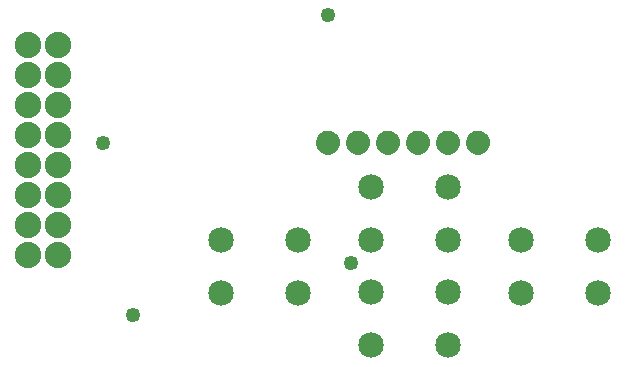
<source format=gbs>
G04 MADE WITH FRITZING*
G04 WWW.FRITZING.ORG*
G04 DOUBLE SIDED*
G04 HOLES PLATED*
G04 CONTOUR ON CENTER OF CONTOUR VECTOR*
%ASAXBY*%
%FSLAX23Y23*%
%MOIN*%
%OFA0B0*%
%SFA1.0B1.0*%
%ADD10C,0.049370*%
%ADD11C,0.085000*%
%ADD12C,0.088000*%
%ADD13R,0.001000X0.001000*%
%LNMASK0*%
G90*
G70*
G54D10*
X422Y800D03*
X522Y225D03*
X1247Y400D03*
X1172Y1225D03*
G54D11*
X2072Y300D03*
X1816Y300D03*
X2072Y477D03*
X1816Y477D03*
X1072Y300D03*
X816Y300D03*
X1072Y477D03*
X816Y477D03*
X1316Y302D03*
X1572Y302D03*
X1316Y125D03*
X1572Y125D03*
X1572Y475D03*
X1316Y475D03*
X1572Y652D03*
X1316Y652D03*
G54D12*
X172Y1125D03*
X172Y1025D03*
X172Y925D03*
X172Y825D03*
X172Y725D03*
X172Y625D03*
X172Y525D03*
X172Y425D03*
X172Y1125D03*
X172Y1025D03*
X172Y925D03*
X172Y825D03*
X172Y725D03*
X172Y625D03*
X172Y525D03*
X172Y425D03*
X272Y425D03*
X272Y525D03*
X272Y625D03*
X272Y725D03*
X272Y825D03*
X272Y925D03*
X272Y1025D03*
X272Y1125D03*
G54D13*
X1164Y840D02*
X1179Y840D01*
X1264Y840D02*
X1279Y840D01*
X1364Y840D02*
X1379Y840D01*
X1464Y840D02*
X1479Y840D01*
X1564Y840D02*
X1579Y840D01*
X1664Y840D02*
X1679Y840D01*
X1160Y839D02*
X1183Y839D01*
X1260Y839D02*
X1283Y839D01*
X1360Y839D02*
X1383Y839D01*
X1460Y839D02*
X1483Y839D01*
X1560Y839D02*
X1583Y839D01*
X1660Y839D02*
X1683Y839D01*
X1157Y838D02*
X1186Y838D01*
X1257Y838D02*
X1286Y838D01*
X1357Y838D02*
X1386Y838D01*
X1457Y838D02*
X1486Y838D01*
X1557Y838D02*
X1586Y838D01*
X1657Y838D02*
X1686Y838D01*
X1155Y837D02*
X1188Y837D01*
X1255Y837D02*
X1288Y837D01*
X1355Y837D02*
X1388Y837D01*
X1455Y837D02*
X1488Y837D01*
X1555Y837D02*
X1588Y837D01*
X1655Y837D02*
X1688Y837D01*
X1153Y836D02*
X1190Y836D01*
X1253Y836D02*
X1290Y836D01*
X1353Y836D02*
X1390Y836D01*
X1453Y836D02*
X1490Y836D01*
X1553Y836D02*
X1590Y836D01*
X1653Y836D02*
X1690Y836D01*
X1152Y835D02*
X1192Y835D01*
X1252Y835D02*
X1292Y835D01*
X1351Y835D02*
X1392Y835D01*
X1451Y835D02*
X1492Y835D01*
X1551Y835D02*
X1592Y835D01*
X1651Y835D02*
X1692Y835D01*
X1150Y834D02*
X1193Y834D01*
X1250Y834D02*
X1293Y834D01*
X1350Y834D02*
X1393Y834D01*
X1450Y834D02*
X1493Y834D01*
X1550Y834D02*
X1593Y834D01*
X1650Y834D02*
X1693Y834D01*
X1149Y833D02*
X1195Y833D01*
X1249Y833D02*
X1295Y833D01*
X1349Y833D02*
X1395Y833D01*
X1449Y833D02*
X1495Y833D01*
X1549Y833D02*
X1595Y833D01*
X1648Y833D02*
X1695Y833D01*
X1147Y832D02*
X1196Y832D01*
X1247Y832D02*
X1296Y832D01*
X1347Y832D02*
X1396Y832D01*
X1447Y832D02*
X1496Y832D01*
X1547Y832D02*
X1596Y832D01*
X1647Y832D02*
X1696Y832D01*
X1146Y831D02*
X1197Y831D01*
X1246Y831D02*
X1297Y831D01*
X1346Y831D02*
X1397Y831D01*
X1446Y831D02*
X1497Y831D01*
X1546Y831D02*
X1597Y831D01*
X1646Y831D02*
X1697Y831D01*
X1145Y830D02*
X1199Y830D01*
X1245Y830D02*
X1299Y830D01*
X1345Y830D02*
X1399Y830D01*
X1445Y830D02*
X1499Y830D01*
X1545Y830D02*
X1599Y830D01*
X1645Y830D02*
X1699Y830D01*
X1144Y829D02*
X1200Y829D01*
X1244Y829D02*
X1300Y829D01*
X1344Y829D02*
X1400Y829D01*
X1444Y829D02*
X1500Y829D01*
X1544Y829D02*
X1600Y829D01*
X1644Y829D02*
X1700Y829D01*
X1143Y828D02*
X1201Y828D01*
X1243Y828D02*
X1301Y828D01*
X1343Y828D02*
X1401Y828D01*
X1443Y828D02*
X1501Y828D01*
X1543Y828D02*
X1601Y828D01*
X1643Y828D02*
X1701Y828D01*
X1142Y827D02*
X1201Y827D01*
X1242Y827D02*
X1301Y827D01*
X1342Y827D02*
X1401Y827D01*
X1442Y827D02*
X1501Y827D01*
X1542Y827D02*
X1601Y827D01*
X1642Y827D02*
X1701Y827D01*
X1141Y826D02*
X1202Y826D01*
X1241Y826D02*
X1302Y826D01*
X1341Y826D02*
X1402Y826D01*
X1441Y826D02*
X1502Y826D01*
X1541Y826D02*
X1602Y826D01*
X1641Y826D02*
X1702Y826D01*
X1140Y825D02*
X1203Y825D01*
X1240Y825D02*
X1303Y825D01*
X1340Y825D02*
X1403Y825D01*
X1440Y825D02*
X1503Y825D01*
X1540Y825D02*
X1603Y825D01*
X1640Y825D02*
X1703Y825D01*
X1140Y824D02*
X1204Y824D01*
X1240Y824D02*
X1304Y824D01*
X1340Y824D02*
X1404Y824D01*
X1440Y824D02*
X1504Y824D01*
X1540Y824D02*
X1604Y824D01*
X1640Y824D02*
X1704Y824D01*
X1139Y823D02*
X1204Y823D01*
X1239Y823D02*
X1304Y823D01*
X1339Y823D02*
X1404Y823D01*
X1439Y823D02*
X1504Y823D01*
X1539Y823D02*
X1604Y823D01*
X1639Y823D02*
X1704Y823D01*
X1138Y822D02*
X1205Y822D01*
X1238Y822D02*
X1305Y822D01*
X1338Y822D02*
X1405Y822D01*
X1438Y822D02*
X1505Y822D01*
X1538Y822D02*
X1605Y822D01*
X1638Y822D02*
X1705Y822D01*
X1138Y821D02*
X1206Y821D01*
X1238Y821D02*
X1306Y821D01*
X1338Y821D02*
X1406Y821D01*
X1438Y821D02*
X1506Y821D01*
X1538Y821D02*
X1606Y821D01*
X1638Y821D02*
X1706Y821D01*
X1137Y820D02*
X1206Y820D01*
X1237Y820D02*
X1306Y820D01*
X1337Y820D02*
X1406Y820D01*
X1437Y820D02*
X1506Y820D01*
X1537Y820D02*
X1606Y820D01*
X1637Y820D02*
X1706Y820D01*
X1137Y819D02*
X1207Y819D01*
X1237Y819D02*
X1307Y819D01*
X1337Y819D02*
X1407Y819D01*
X1437Y819D02*
X1507Y819D01*
X1537Y819D02*
X1607Y819D01*
X1637Y819D02*
X1707Y819D01*
X1136Y818D02*
X1207Y818D01*
X1236Y818D02*
X1307Y818D01*
X1336Y818D02*
X1407Y818D01*
X1436Y818D02*
X1507Y818D01*
X1536Y818D02*
X1607Y818D01*
X1636Y818D02*
X1707Y818D01*
X1136Y817D02*
X1208Y817D01*
X1236Y817D02*
X1308Y817D01*
X1336Y817D02*
X1408Y817D01*
X1436Y817D02*
X1508Y817D01*
X1536Y817D02*
X1608Y817D01*
X1636Y817D02*
X1708Y817D01*
X1135Y816D02*
X1208Y816D01*
X1235Y816D02*
X1308Y816D01*
X1335Y816D02*
X1408Y816D01*
X1435Y816D02*
X1508Y816D01*
X1535Y816D02*
X1608Y816D01*
X1635Y816D02*
X1708Y816D01*
X1135Y815D02*
X1209Y815D01*
X1235Y815D02*
X1309Y815D01*
X1335Y815D02*
X1409Y815D01*
X1435Y815D02*
X1509Y815D01*
X1535Y815D02*
X1609Y815D01*
X1635Y815D02*
X1709Y815D01*
X1134Y814D02*
X1209Y814D01*
X1234Y814D02*
X1309Y814D01*
X1334Y814D02*
X1409Y814D01*
X1434Y814D02*
X1509Y814D01*
X1534Y814D02*
X1609Y814D01*
X1634Y814D02*
X1709Y814D01*
X1134Y813D02*
X1209Y813D01*
X1234Y813D02*
X1309Y813D01*
X1334Y813D02*
X1409Y813D01*
X1434Y813D02*
X1509Y813D01*
X1534Y813D02*
X1609Y813D01*
X1634Y813D02*
X1709Y813D01*
X1134Y812D02*
X1210Y812D01*
X1234Y812D02*
X1310Y812D01*
X1334Y812D02*
X1410Y812D01*
X1434Y812D02*
X1510Y812D01*
X1534Y812D02*
X1610Y812D01*
X1634Y812D02*
X1710Y812D01*
X1134Y811D02*
X1210Y811D01*
X1234Y811D02*
X1310Y811D01*
X1334Y811D02*
X1410Y811D01*
X1434Y811D02*
X1510Y811D01*
X1534Y811D02*
X1610Y811D01*
X1634Y811D02*
X1710Y811D01*
X1133Y810D02*
X1210Y810D01*
X1233Y810D02*
X1310Y810D01*
X1333Y810D02*
X1410Y810D01*
X1433Y810D02*
X1510Y810D01*
X1533Y810D02*
X1610Y810D01*
X1633Y810D02*
X1710Y810D01*
X1133Y809D02*
X1210Y809D01*
X1233Y809D02*
X1310Y809D01*
X1333Y809D02*
X1410Y809D01*
X1433Y809D02*
X1510Y809D01*
X1533Y809D02*
X1610Y809D01*
X1633Y809D02*
X1710Y809D01*
X1133Y808D02*
X1210Y808D01*
X1233Y808D02*
X1310Y808D01*
X1333Y808D02*
X1410Y808D01*
X1433Y808D02*
X1510Y808D01*
X1533Y808D02*
X1610Y808D01*
X1633Y808D02*
X1710Y808D01*
X1133Y807D02*
X1211Y807D01*
X1233Y807D02*
X1311Y807D01*
X1333Y807D02*
X1411Y807D01*
X1433Y807D02*
X1511Y807D01*
X1533Y807D02*
X1611Y807D01*
X1633Y807D02*
X1711Y807D01*
X1133Y806D02*
X1211Y806D01*
X1233Y806D02*
X1311Y806D01*
X1333Y806D02*
X1411Y806D01*
X1433Y806D02*
X1511Y806D01*
X1533Y806D02*
X1611Y806D01*
X1633Y806D02*
X1711Y806D01*
X1132Y805D02*
X1211Y805D01*
X1232Y805D02*
X1311Y805D01*
X1332Y805D02*
X1411Y805D01*
X1432Y805D02*
X1511Y805D01*
X1532Y805D02*
X1611Y805D01*
X1632Y805D02*
X1711Y805D01*
X1132Y804D02*
X1211Y804D01*
X1232Y804D02*
X1311Y804D01*
X1332Y804D02*
X1411Y804D01*
X1432Y804D02*
X1511Y804D01*
X1532Y804D02*
X1611Y804D01*
X1632Y804D02*
X1711Y804D01*
X1132Y803D02*
X1211Y803D01*
X1232Y803D02*
X1311Y803D01*
X1332Y803D02*
X1411Y803D01*
X1432Y803D02*
X1511Y803D01*
X1532Y803D02*
X1611Y803D01*
X1632Y803D02*
X1711Y803D01*
X1132Y802D02*
X1211Y802D01*
X1232Y802D02*
X1311Y802D01*
X1332Y802D02*
X1411Y802D01*
X1432Y802D02*
X1511Y802D01*
X1532Y802D02*
X1611Y802D01*
X1632Y802D02*
X1711Y802D01*
X1132Y801D02*
X1211Y801D01*
X1232Y801D02*
X1311Y801D01*
X1332Y801D02*
X1411Y801D01*
X1432Y801D02*
X1511Y801D01*
X1532Y801D02*
X1611Y801D01*
X1632Y801D02*
X1711Y801D01*
X1132Y800D02*
X1211Y800D01*
X1232Y800D02*
X1311Y800D01*
X1332Y800D02*
X1411Y800D01*
X1432Y800D02*
X1511Y800D01*
X1532Y800D02*
X1611Y800D01*
X1632Y800D02*
X1711Y800D01*
X1132Y799D02*
X1211Y799D01*
X1232Y799D02*
X1311Y799D01*
X1332Y799D02*
X1411Y799D01*
X1432Y799D02*
X1511Y799D01*
X1532Y799D02*
X1611Y799D01*
X1632Y799D02*
X1711Y799D01*
X1132Y798D02*
X1211Y798D01*
X1232Y798D02*
X1311Y798D01*
X1332Y798D02*
X1411Y798D01*
X1432Y798D02*
X1511Y798D01*
X1532Y798D02*
X1611Y798D01*
X1632Y798D02*
X1711Y798D01*
X1132Y797D02*
X1211Y797D01*
X1232Y797D02*
X1311Y797D01*
X1332Y797D02*
X1411Y797D01*
X1432Y797D02*
X1511Y797D01*
X1532Y797D02*
X1611Y797D01*
X1632Y797D02*
X1711Y797D01*
X1133Y796D02*
X1211Y796D01*
X1233Y796D02*
X1311Y796D01*
X1333Y796D02*
X1411Y796D01*
X1433Y796D02*
X1511Y796D01*
X1533Y796D02*
X1611Y796D01*
X1633Y796D02*
X1711Y796D01*
X1133Y795D02*
X1211Y795D01*
X1233Y795D02*
X1311Y795D01*
X1333Y795D02*
X1411Y795D01*
X1433Y795D02*
X1511Y795D01*
X1533Y795D02*
X1611Y795D01*
X1633Y795D02*
X1711Y795D01*
X1133Y794D02*
X1210Y794D01*
X1233Y794D02*
X1310Y794D01*
X1333Y794D02*
X1410Y794D01*
X1433Y794D02*
X1510Y794D01*
X1533Y794D02*
X1610Y794D01*
X1633Y794D02*
X1710Y794D01*
X1133Y793D02*
X1210Y793D01*
X1233Y793D02*
X1310Y793D01*
X1333Y793D02*
X1410Y793D01*
X1433Y793D02*
X1510Y793D01*
X1533Y793D02*
X1610Y793D01*
X1633Y793D02*
X1710Y793D01*
X1133Y792D02*
X1210Y792D01*
X1233Y792D02*
X1310Y792D01*
X1333Y792D02*
X1410Y792D01*
X1433Y792D02*
X1510Y792D01*
X1533Y792D02*
X1610Y792D01*
X1633Y792D02*
X1710Y792D01*
X1134Y791D02*
X1210Y791D01*
X1234Y791D02*
X1310Y791D01*
X1334Y791D02*
X1410Y791D01*
X1434Y791D02*
X1510Y791D01*
X1534Y791D02*
X1610Y791D01*
X1634Y791D02*
X1710Y791D01*
X1134Y790D02*
X1210Y790D01*
X1234Y790D02*
X1310Y790D01*
X1334Y790D02*
X1410Y790D01*
X1434Y790D02*
X1510Y790D01*
X1534Y790D02*
X1610Y790D01*
X1634Y790D02*
X1710Y790D01*
X1134Y789D02*
X1209Y789D01*
X1234Y789D02*
X1309Y789D01*
X1334Y789D02*
X1409Y789D01*
X1434Y789D02*
X1509Y789D01*
X1534Y789D02*
X1609Y789D01*
X1634Y789D02*
X1709Y789D01*
X1134Y788D02*
X1209Y788D01*
X1234Y788D02*
X1309Y788D01*
X1334Y788D02*
X1409Y788D01*
X1434Y788D02*
X1509Y788D01*
X1534Y788D02*
X1609Y788D01*
X1634Y788D02*
X1709Y788D01*
X1135Y787D02*
X1209Y787D01*
X1235Y787D02*
X1309Y787D01*
X1335Y787D02*
X1409Y787D01*
X1435Y787D02*
X1509Y787D01*
X1535Y787D02*
X1609Y787D01*
X1635Y787D02*
X1709Y787D01*
X1135Y786D02*
X1208Y786D01*
X1235Y786D02*
X1308Y786D01*
X1335Y786D02*
X1408Y786D01*
X1435Y786D02*
X1508Y786D01*
X1535Y786D02*
X1608Y786D01*
X1635Y786D02*
X1708Y786D01*
X1136Y785D02*
X1208Y785D01*
X1236Y785D02*
X1308Y785D01*
X1336Y785D02*
X1408Y785D01*
X1435Y785D02*
X1508Y785D01*
X1535Y785D02*
X1608Y785D01*
X1635Y785D02*
X1708Y785D01*
X1136Y784D02*
X1207Y784D01*
X1236Y784D02*
X1307Y784D01*
X1336Y784D02*
X1407Y784D01*
X1436Y784D02*
X1507Y784D01*
X1536Y784D02*
X1607Y784D01*
X1636Y784D02*
X1707Y784D01*
X1136Y783D02*
X1207Y783D01*
X1236Y783D02*
X1307Y783D01*
X1336Y783D02*
X1407Y783D01*
X1436Y783D02*
X1507Y783D01*
X1536Y783D02*
X1607Y783D01*
X1636Y783D02*
X1707Y783D01*
X1137Y782D02*
X1206Y782D01*
X1237Y782D02*
X1306Y782D01*
X1337Y782D02*
X1406Y782D01*
X1437Y782D02*
X1506Y782D01*
X1537Y782D02*
X1606Y782D01*
X1637Y782D02*
X1706Y782D01*
X1138Y781D02*
X1206Y781D01*
X1238Y781D02*
X1306Y781D01*
X1338Y781D02*
X1406Y781D01*
X1438Y781D02*
X1506Y781D01*
X1538Y781D02*
X1606Y781D01*
X1638Y781D02*
X1706Y781D01*
X1138Y780D02*
X1205Y780D01*
X1238Y780D02*
X1305Y780D01*
X1338Y780D02*
X1405Y780D01*
X1438Y780D02*
X1505Y780D01*
X1538Y780D02*
X1605Y780D01*
X1638Y780D02*
X1705Y780D01*
X1139Y779D02*
X1205Y779D01*
X1239Y779D02*
X1305Y779D01*
X1339Y779D02*
X1405Y779D01*
X1439Y779D02*
X1505Y779D01*
X1539Y779D02*
X1605Y779D01*
X1639Y779D02*
X1705Y779D01*
X1140Y778D02*
X1204Y778D01*
X1240Y778D02*
X1304Y778D01*
X1340Y778D02*
X1404Y778D01*
X1439Y778D02*
X1504Y778D01*
X1539Y778D02*
X1604Y778D01*
X1639Y778D02*
X1704Y778D01*
X1140Y777D02*
X1203Y777D01*
X1240Y777D02*
X1303Y777D01*
X1340Y777D02*
X1403Y777D01*
X1440Y777D02*
X1503Y777D01*
X1540Y777D02*
X1603Y777D01*
X1640Y777D02*
X1703Y777D01*
X1141Y776D02*
X1202Y776D01*
X1241Y776D02*
X1302Y776D01*
X1341Y776D02*
X1402Y776D01*
X1441Y776D02*
X1502Y776D01*
X1541Y776D02*
X1602Y776D01*
X1641Y776D02*
X1702Y776D01*
X1142Y775D02*
X1202Y775D01*
X1242Y775D02*
X1302Y775D01*
X1342Y775D02*
X1402Y775D01*
X1442Y775D02*
X1502Y775D01*
X1542Y775D02*
X1602Y775D01*
X1642Y775D02*
X1702Y775D01*
X1143Y774D02*
X1201Y774D01*
X1243Y774D02*
X1301Y774D01*
X1343Y774D02*
X1401Y774D01*
X1443Y774D02*
X1501Y774D01*
X1543Y774D02*
X1601Y774D01*
X1643Y774D02*
X1701Y774D01*
X1144Y773D02*
X1200Y773D01*
X1244Y773D02*
X1300Y773D01*
X1344Y773D02*
X1400Y773D01*
X1444Y773D02*
X1500Y773D01*
X1544Y773D02*
X1600Y773D01*
X1644Y773D02*
X1700Y773D01*
X1145Y772D02*
X1199Y772D01*
X1245Y772D02*
X1299Y772D01*
X1345Y772D02*
X1399Y772D01*
X1445Y772D02*
X1499Y772D01*
X1545Y772D02*
X1599Y772D01*
X1645Y772D02*
X1699Y772D01*
X1146Y771D02*
X1198Y771D01*
X1246Y771D02*
X1298Y771D01*
X1346Y771D02*
X1398Y771D01*
X1446Y771D02*
X1498Y771D01*
X1546Y771D02*
X1598Y771D01*
X1646Y771D02*
X1698Y771D01*
X1147Y770D02*
X1196Y770D01*
X1247Y770D02*
X1296Y770D01*
X1347Y770D02*
X1396Y770D01*
X1447Y770D02*
X1496Y770D01*
X1547Y770D02*
X1596Y770D01*
X1647Y770D02*
X1696Y770D01*
X1148Y769D02*
X1195Y769D01*
X1248Y769D02*
X1295Y769D01*
X1348Y769D02*
X1395Y769D01*
X1448Y769D02*
X1495Y769D01*
X1548Y769D02*
X1595Y769D01*
X1648Y769D02*
X1695Y769D01*
X1150Y768D02*
X1194Y768D01*
X1250Y768D02*
X1294Y768D01*
X1350Y768D02*
X1394Y768D01*
X1450Y768D02*
X1494Y768D01*
X1550Y768D02*
X1594Y768D01*
X1650Y768D02*
X1694Y768D01*
X1151Y767D02*
X1192Y767D01*
X1251Y767D02*
X1292Y767D01*
X1351Y767D02*
X1392Y767D01*
X1451Y767D02*
X1492Y767D01*
X1551Y767D02*
X1592Y767D01*
X1651Y767D02*
X1692Y767D01*
X1153Y766D02*
X1191Y766D01*
X1253Y766D02*
X1291Y766D01*
X1353Y766D02*
X1391Y766D01*
X1453Y766D02*
X1491Y766D01*
X1553Y766D02*
X1591Y766D01*
X1653Y766D02*
X1691Y766D01*
X1155Y765D02*
X1189Y765D01*
X1255Y765D02*
X1289Y765D01*
X1355Y765D02*
X1389Y765D01*
X1455Y765D02*
X1489Y765D01*
X1555Y765D02*
X1589Y765D01*
X1655Y765D02*
X1689Y765D01*
X1157Y764D02*
X1187Y764D01*
X1257Y764D02*
X1287Y764D01*
X1357Y764D02*
X1387Y764D01*
X1457Y764D02*
X1487Y764D01*
X1557Y764D02*
X1587Y764D01*
X1657Y764D02*
X1687Y764D01*
X1160Y763D02*
X1184Y763D01*
X1260Y763D02*
X1284Y763D01*
X1360Y763D02*
X1384Y763D01*
X1460Y763D02*
X1484Y763D01*
X1560Y763D02*
X1584Y763D01*
X1660Y763D02*
X1684Y763D01*
X1163Y762D02*
X1180Y762D01*
X1263Y762D02*
X1280Y762D01*
X1363Y762D02*
X1380Y762D01*
X1463Y762D02*
X1480Y762D01*
X1563Y762D02*
X1580Y762D01*
X1663Y762D02*
X1680Y762D01*
X1171Y761D02*
X1173Y761D01*
X1271Y761D02*
X1273Y761D01*
X1371Y761D02*
X1373Y761D01*
X1471Y761D02*
X1473Y761D01*
X1571Y761D02*
X1573Y761D01*
X1671Y761D02*
X1673Y761D01*
D02*
G04 End of Mask0*
M02*
</source>
